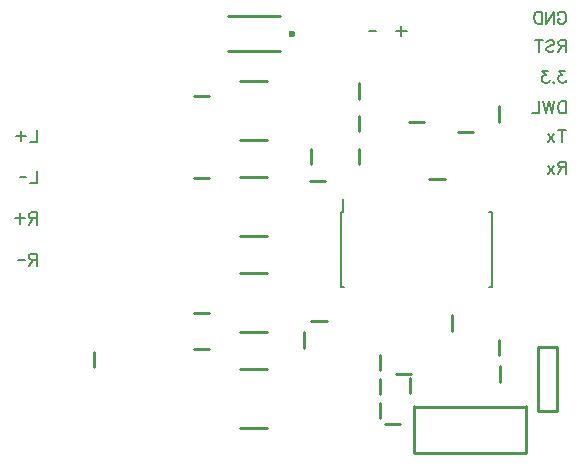
<source format=gbr>
G04 DipTrace 3.3.1.3*
G04 BottomSilk.gbr*
%MOIN*%
G04 #@! TF.FileFunction,Legend,Bot*
G04 #@! TF.Part,Single*
%ADD10C,0.009843*%
%ADD36C,0.023631*%
%ADD65C,0.005906*%
%ADD167C,0.006176*%
%FSLAX26Y26*%
G04*
G70*
G90*
G75*
G01*
G04 BotSilk*
%LPD*%
X1717681Y1502262D2*
D10*
X1768823D1*
X1551978Y1411946D2*
Y1360804D1*
X1621748Y673475D2*
Y724617D1*
X1551774Y1521201D2*
Y1470059D1*
Y1629783D2*
Y1578642D1*
X1621748Y593150D2*
Y644291D1*
X1621543Y512824D2*
Y563966D1*
X2020832Y722776D2*
Y773917D1*
X1934177Y1466871D2*
X1883035D1*
X2021343Y634795D2*
Y685937D1*
X1721577Y647933D2*
Y596791D1*
X1787025Y1311449D2*
X1838167D1*
X2020832Y1502303D2*
Y1553445D1*
X1863615Y856814D2*
Y805672D1*
X1439058Y1302722D2*
X1387916D1*
X1674374Y659743D2*
X1725516D1*
X1638941Y494388D2*
X1690083D1*
X1392503Y1411946D2*
Y1360804D1*
X1394167Y838917D2*
X1445308D1*
X1370504Y799382D2*
Y748240D1*
X1001146Y864467D2*
X1052287D1*
Y742462D2*
X1001146D1*
X1052287Y1588919D2*
X1001146D1*
X1052287Y1313328D2*
X1001146D1*
X670438Y683406D2*
Y734547D1*
X1288526Y1852679D2*
X1115311D1*
X1288526Y1738505D2*
X1115311D1*
D36*
X1327896Y1795586D3*
X1734675Y552242D2*
D10*
X2108741D1*
X1735388Y398192D2*
Y552488D1*
X1734675Y395984D2*
X2108741D1*
X2110363Y398192D2*
Y552488D1*
X1247179Y997594D2*
X1156648D1*
X1247179Y800742D2*
X1156648D1*
X1247179Y677481D2*
X1156648D1*
X1247179Y480629D2*
X1156648D1*
X1247179Y1637821D2*
X1156648D1*
X1247179Y1440969D2*
X1156648D1*
X1247179Y1317708D2*
X1156648D1*
X1247179Y1120856D2*
X1156648D1*
X2148764Y750117D2*
Y537617D1*
X2211262Y750117D2*
X2148764D1*
X2211262D2*
Y537617D1*
X2148764D1*
X1493540Y1201228D2*
D65*
X1500399D1*
X1493540Y951213D2*
X1503648D1*
X1995466D2*
X1985357D1*
X1995466Y1201228D2*
X1985357D1*
X1493540D2*
Y951213D1*
X1995466Y1201228D2*
Y951213D1*
X1500399Y1201228D2*
Y1243535D1*
X2214551Y1858932D2*
D167*
X2216452Y1862735D1*
X2220299Y1866582D1*
X2224101Y1868483D1*
X2231750D1*
X2235597Y1866582D1*
X2239400Y1862735D1*
X2241345Y1858932D1*
X2243247Y1853184D1*
Y1843590D1*
X2241345Y1837886D1*
X2239400Y1834039D1*
X2235597Y1830236D1*
X2231750Y1828291D1*
X2224101D1*
X2220299Y1830236D1*
X2216452Y1834039D1*
X2214551Y1837886D1*
Y1843590D1*
X2224101D1*
X2175405Y1868483D2*
Y1828291D1*
X2202199Y1868483D1*
Y1828291D1*
X2163053Y1868483D2*
Y1828291D1*
X2149656D1*
X2143908Y1830236D1*
X2140061Y1834039D1*
X2138160Y1837886D1*
X2136258Y1843590D1*
Y1853184D1*
X2138160Y1858932D1*
X2140061Y1862735D1*
X2143908Y1866582D1*
X2149656Y1868483D1*
X2163053D1*
X2243246Y1755004D2*
X2226046D1*
X2220298Y1756950D1*
X2218352Y1758851D1*
X2216451Y1762654D1*
Y1766500D1*
X2218352Y1770303D1*
X2220298Y1772248D1*
X2226046Y1774150D1*
X2243246D1*
Y1733958D1*
X2229848Y1755004D2*
X2216451Y1733958D1*
X2177305Y1768402D2*
X2181107Y1772248D1*
X2186855Y1774150D1*
X2194505D1*
X2200253Y1772248D1*
X2204099Y1768402D1*
Y1764599D1*
X2202154Y1760752D1*
X2200253Y1758851D1*
X2196450Y1756950D1*
X2184954Y1753103D1*
X2181107Y1751202D1*
X2179206Y1749256D1*
X2177305Y1745454D1*
Y1739706D1*
X2181107Y1735903D1*
X2186855Y1733958D1*
X2194505D1*
X2200253Y1735903D1*
X2204099Y1739706D1*
X2151556Y1774150D2*
Y1733958D1*
X2164953Y1774150D2*
X2138159D1*
X2239400Y1671588D2*
X2218397D1*
X2229849Y1656290D1*
X2224101D1*
X2220299Y1654388D1*
X2218397Y1652487D1*
X2216452Y1646739D1*
Y1642937D1*
X2218397Y1637189D1*
X2222200Y1633342D1*
X2227948Y1631441D1*
X2233696D1*
X2239400Y1633342D1*
X2241301Y1635287D1*
X2243246Y1639090D1*
X2202199Y1635287D2*
X2204100Y1633342D1*
X2202199Y1631441D1*
X2200254Y1633342D1*
X2202199Y1635287D1*
X2184055Y1671588D2*
X2163053D1*
X2174505Y1656290D1*
X2168757D1*
X2164954Y1654388D1*
X2163053Y1652487D1*
X2161108Y1646739D1*
Y1642937D1*
X2163053Y1637189D1*
X2166856Y1633342D1*
X2172604Y1631441D1*
X2178352D1*
X2184055Y1633342D1*
X2185957Y1635287D1*
X2187902Y1639090D1*
X2243247Y1569270D2*
Y1529078D1*
X2229849D1*
X2224101Y1531024D1*
X2220254Y1534826D1*
X2218353Y1538673D1*
X2216452Y1544377D1*
Y1553972D1*
X2218353Y1559720D1*
X2220254Y1563522D1*
X2224101Y1567369D1*
X2229849Y1569270D1*
X2243247D1*
X2204100D2*
X2194506Y1529078D1*
X2184955Y1569270D1*
X2175405Y1529078D1*
X2165810Y1569270D1*
X2153458D2*
Y1529078D1*
X2130510D1*
X2229849Y1474782D2*
Y1434590D1*
X2243246Y1474782D2*
X2216452D1*
X2204100Y1461385D2*
X2183054Y1434590D1*
Y1461385D2*
X2204100Y1434590D1*
X2243246Y1349338D2*
X2226047D1*
X2220299Y1351283D1*
X2218353Y1353184D1*
X2216452Y1356987D1*
Y1360834D1*
X2218353Y1364636D1*
X2220299Y1366582D1*
X2226047Y1368483D1*
X2243246D1*
Y1328291D1*
X2229849Y1349338D2*
X2216452Y1328291D1*
X2204100Y1355086D2*
X2183054Y1328291D1*
Y1355086D2*
X2204100Y1328291D1*
X478792Y1474782D2*
Y1434590D1*
X455844D1*
X426293Y1471886D2*
Y1437442D1*
X443492Y1454642D2*
X409048D1*
X478792Y1337142D2*
Y1296950D1*
X455844D1*
X443492Y1317024D2*
X421384D1*
X478792Y1180046D2*
X461592D1*
X455844Y1181992D1*
X453899Y1183893D1*
X451997Y1187696D1*
Y1191542D1*
X453899Y1195345D1*
X455844Y1197290D1*
X461592Y1199192D1*
X478792D1*
Y1159000D1*
X465395Y1180046D2*
X451997Y1159000D1*
X422446Y1196295D2*
Y1161851D1*
X439646Y1179051D2*
X405202D1*
X478792Y1042251D2*
X461592D1*
X455844Y1044196D1*
X453898Y1046098D1*
X451997Y1049900D1*
Y1053747D1*
X453898Y1057550D1*
X455844Y1059495D1*
X461592Y1061396D1*
X478792D1*
Y1021204D1*
X465395Y1042251D2*
X451997Y1021204D1*
X439646Y1041278D2*
X417538D1*
X1694009Y1822280D2*
Y1787836D1*
X1711209Y1805036D2*
X1676765D1*
X1608322Y1805058D2*
X1586214D1*
M02*

</source>
